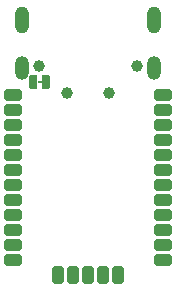
<source format=gbr>
%TF.GenerationSoftware,KiCad,Pcbnew,7.0.2*%
%TF.CreationDate,2023-07-26T16:03:34+02:00*%
%TF.ProjectId,epi,6570692e-6b69-4636-9164-5f7063625858,1_2_0*%
%TF.SameCoordinates,Original*%
%TF.FileFunction,Soldermask,Bot*%
%TF.FilePolarity,Negative*%
%FSLAX46Y46*%
G04 Gerber Fmt 4.6, Leading zero omitted, Abs format (unit mm)*
G04 Created by KiCad (PCBNEW 7.0.2) date 2023-07-26 16:03:34*
%MOMM*%
%LPD*%
G01*
G04 APERTURE LIST*
G04 Aperture macros list*
%AMRoundRect*
0 Rectangle with rounded corners*
0 $1 Rounding radius*
0 $2 $3 $4 $5 $6 $7 $8 $9 X,Y pos of 4 corners*
0 Add a 4 corners polygon primitive as box body*
4,1,4,$2,$3,$4,$5,$6,$7,$8,$9,$2,$3,0*
0 Add four circle primitives for the rounded corners*
1,1,$1+$1,$2,$3*
1,1,$1+$1,$4,$5*
1,1,$1+$1,$6,$7*
1,1,$1+$1,$8,$9*
0 Add four rect primitives between the rounded corners*
20,1,$1+$1,$2,$3,$4,$5,0*
20,1,$1+$1,$4,$5,$6,$7,0*
20,1,$1+$1,$6,$7,$8,$9,0*
20,1,$1+$1,$8,$9,$2,$3,0*%
%AMFreePoly0*
4,1,15,-0.375000,0.250000,-0.359410,0.357001,-0.305193,0.467904,-0.217904,0.555193,-0.107001,0.609410,0.000000,0.625000,0.375000,0.625000,0.375000,-0.625000,0.000000,-0.625000,-0.107001,-0.609410,-0.217904,-0.555193,-0.305193,-0.467904,-0.359410,-0.357001,-0.375000,-0.250000,-0.375000,0.250000,-0.375000,0.250000,$1*%
%AMFreePoly1*
4,1,15,-0.375000,0.625000,0.000000,0.625000,0.107001,0.609410,0.217904,0.555193,0.305193,0.467904,0.359410,0.357001,0.375000,0.250000,0.375000,-0.250000,0.359410,-0.357001,0.305193,-0.467904,0.217904,-0.555193,0.107001,-0.609410,0.000000,-0.625000,-0.375000,-0.625000,-0.375000,0.625000,-0.375000,0.625000,$1*%
G04 Aperture macros list end*
%ADD10C,1.000000*%
%ADD11RoundRect,0.250000X-0.500000X-0.250000X0.500000X-0.250000X0.500000X0.250000X-0.500000X0.250000X0*%
%ADD12RoundRect,0.250000X-0.250000X0.500000X-0.250000X-0.500000X0.250000X-0.500000X0.250000X0.500000X0*%
%ADD13O,1.200000X2.000000*%
%ADD14O,1.200000X2.300000*%
%ADD15FreePoly0,180.000000*%
%ADD16FreePoly1,180.000000*%
G04 APERTURE END LIST*
%TO.C,JP1*%
G36*
X100369422Y-57900000D02*
G01*
X100009422Y-57900000D01*
X100009422Y-57700000D01*
X100369422Y-57700000D01*
X100369422Y-57900000D01*
G37*
%TD*%
D10*
%TO.C,REF\u002A\u002A*%
X108404422Y-56450001D03*
%TD*%
%TO.C,REF\u002A\u002A*%
X100140476Y-56450000D03*
%TD*%
D11*
%TO.C,J1*%
X97923220Y-58920000D03*
X97923220Y-60190000D03*
X97923220Y-61460000D03*
X97923220Y-62730000D03*
X97923220Y-64000000D03*
X97923220Y-65270000D03*
X97923220Y-66540000D03*
X97923220Y-67810000D03*
X97923220Y-69080000D03*
X97923220Y-70350000D03*
X97923220Y-71620000D03*
X97923220Y-72890000D03*
%TD*%
D12*
%TO.C,J3*%
X106813220Y-74160000D03*
X105543220Y-74160000D03*
X104273220Y-74160000D03*
X103003220Y-74160000D03*
X101733220Y-74160000D03*
%TD*%
D13*
%TO.C,J4*%
X109873220Y-56591500D03*
D14*
X109873220Y-52591500D03*
D13*
X98673220Y-56591500D03*
D14*
X98673220Y-52591500D03*
%TD*%
D11*
%TO.C,J2*%
X110623220Y-58920000D03*
X110623220Y-60190000D03*
X110623220Y-61460000D03*
X110623220Y-62730000D03*
X110623220Y-64000000D03*
X110623220Y-65270000D03*
X110623220Y-66540000D03*
X110623220Y-67810000D03*
X110623220Y-69080000D03*
X110623220Y-70350000D03*
X110623220Y-71620000D03*
X110623220Y-72890000D03*
%TD*%
D10*
%TO.C,TP2*%
X106068220Y-58750000D03*
%TD*%
%TO.C,TP1*%
X102478220Y-58750000D03*
%TD*%
D15*
%TO.C,JP1*%
X100734422Y-57800000D03*
D16*
X99634422Y-57800000D03*
%TD*%
M02*

</source>
